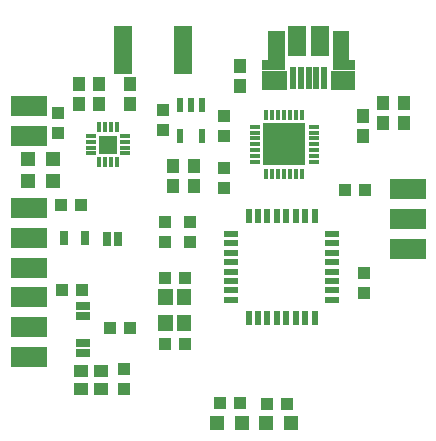
<source format=gts>
G04 DipTrace 2.3.1.0*
%INPowerTowerRX_Rev4.GTS*%
%MOIN*%
%ADD22R,0.05X0.025*%
%ADD25R,0.0394X0.0433*%
%ADD26R,0.0433X0.0394*%
%ADD28R,0.0315X0.0472*%
%ADD29R,0.0472X0.0472*%
%ADD30R,0.025X0.05*%
%ADD31R,0.0217X0.0472*%
%ADD33R,0.06X0.16*%
%ADD34R,0.05X0.022*%
%ADD35R,0.022X0.05*%
%ADD53R,0.0197X0.0729*%
%ADD55R,0.0601X0.1024*%
%ADD57R,0.1418X0.1418*%
%ADD61O,0.0158X0.0375*%
%ADD63O,0.0375X0.0158*%
%ADD75R,0.0631X0.0631*%
%ADD84R,0.0473X0.0434*%
%ADD86R,0.0434X0.0473*%
%ADD90R,0.1221X0.067*%
%FSLAX44Y44*%
G04*
G70*
G90*
G75*
G01*
%LNTopMask*%
%LPD*%
D22*
X2820Y4894D3*
Y4540D3*
D90*
X1030Y11550D3*
Y10550D3*
D25*
X1990Y10640D3*
Y11309D3*
X5480Y11420D3*
Y10751D3*
D26*
X12230Y8760D3*
X11561D3*
D25*
X5560Y7010D3*
Y7679D3*
X12210Y5990D3*
Y5321D3*
D26*
X2810Y5410D3*
X2141D3*
D25*
X7520Y10560D3*
Y11229D3*
X4210Y2110D3*
Y2779D3*
D86*
X12160Y11210D3*
Y10541D3*
X12830Y11640D3*
Y10971D3*
X13520Y11640D3*
Y10971D3*
D28*
X2890Y7140D3*
X2181D3*
D29*
X8920Y970D3*
X9747D3*
X8120D3*
X7293D3*
D84*
X3430Y2110D3*
X2761D3*
X2760Y2720D3*
X3429D3*
D29*
X1830Y9770D3*
X1003D3*
X1830Y9040D3*
X1003D3*
D30*
X4000Y7130D3*
X3646D3*
D22*
X2830Y3660D3*
Y3306D3*
D31*
X6800Y11570D3*
X6426D3*
X6052D3*
Y10546D3*
X6800D3*
D75*
X1030Y11550D3*
X1040Y10550D3*
D90*
X1020Y8160D3*
Y7160D3*
Y6160D3*
D25*
X7520Y8810D3*
Y9479D3*
D86*
X2710Y12270D3*
Y11601D3*
D26*
X8070Y1640D3*
X7401D3*
X8960Y1620D3*
X9629D3*
D25*
X6390Y7680D3*
Y7011D3*
D26*
X2090Y8240D3*
X2759D3*
X3730Y4140D3*
X4399D3*
D86*
X4410Y11610D3*
Y12279D3*
X5830Y8890D3*
Y9559D3*
X6540Y8890D3*
Y9559D3*
X8070Y12230D3*
Y12899D3*
X3370Y11600D3*
Y12269D3*
D90*
X1040Y3170D3*
Y4170D3*
Y5170D3*
D33*
X6150Y13430D3*
X4150D3*
D90*
X13660Y6790D3*
Y7790D3*
Y8790D3*
D34*
X7760Y7290D3*
Y6975D3*
Y6660D3*
Y6345D3*
Y6030D3*
Y5715D3*
Y5400D3*
Y5085D3*
D35*
X8348Y4498D3*
X8663D3*
X8978D3*
X9293D3*
X9607D3*
X9922D3*
X10237D3*
X10552D3*
D34*
X11140Y5085D3*
Y5400D3*
Y5715D3*
Y6030D3*
Y6345D3*
Y6660D3*
Y6975D3*
Y7290D3*
D35*
X10552Y7878D3*
X10237D3*
X9922D3*
X9607D3*
X9293D3*
X8978D3*
X8663D3*
X8348D3*
D63*
X3090Y10560D3*
Y10363D3*
Y10166D3*
Y9969D3*
D61*
X3366Y9694D3*
X3562D3*
X3759D3*
X3956D3*
D63*
X4232Y9969D3*
Y10166D3*
Y10363D3*
Y10560D3*
D61*
X3956Y10836D3*
X3759D3*
X3562D3*
X3366D3*
D75*
X3661Y10265D3*
D63*
X10520Y9680D3*
Y9877D3*
Y10074D3*
Y10271D3*
Y10467D3*
Y10664D3*
Y10861D3*
D61*
X10126Y11255D3*
X9929D3*
X9733D3*
X9536D3*
X9339D3*
X9142D3*
X8945D3*
D63*
X8551Y10861D3*
Y10664D3*
Y10467D3*
Y10271D3*
Y10074D3*
Y9877D3*
Y9680D3*
D61*
X8945Y9286D3*
X9142D3*
X9339D3*
X9536D3*
X9733D3*
X9929D3*
X10126D3*
D57*
X9536Y10271D3*
G36*
X8799Y12093D2*
Y12707D1*
X9627D1*
Y12093D1*
X8799D1*
G37*
G36*
X9558Y12766D2*
X8799D1*
Y13081D1*
X9006D1*
Y14046D1*
X9558D1*
Y12766D1*
G37*
G36*
X11703Y13081D2*
X11910D1*
Y12766D1*
X11152D1*
Y14046D1*
X11703D1*
Y13081D1*
G37*
D55*
X10745Y13703D3*
X9965D3*
D53*
X10355Y12481D3*
X10099D3*
X10611D3*
X9843D3*
X10867D3*
G36*
X11910Y12707D2*
Y12093D1*
X11083D1*
Y12707D1*
X11910D1*
G37*
D26*
X5550Y5810D3*
X6219D3*
X6230Y3620D3*
X5561D3*
G36*
X5974Y5456D2*
X6446D1*
Y4904D1*
X5974D1*
Y5456D1*
G37*
G36*
X5344D2*
X5816D1*
Y4904D1*
X5344D1*
Y5456D1*
G37*
G36*
Y4589D2*
X5816D1*
Y4038D1*
X5344D1*
Y4589D1*
G37*
G36*
X5974D2*
X6446D1*
Y4038D1*
X5974D1*
Y4589D1*
G37*
M02*

</source>
